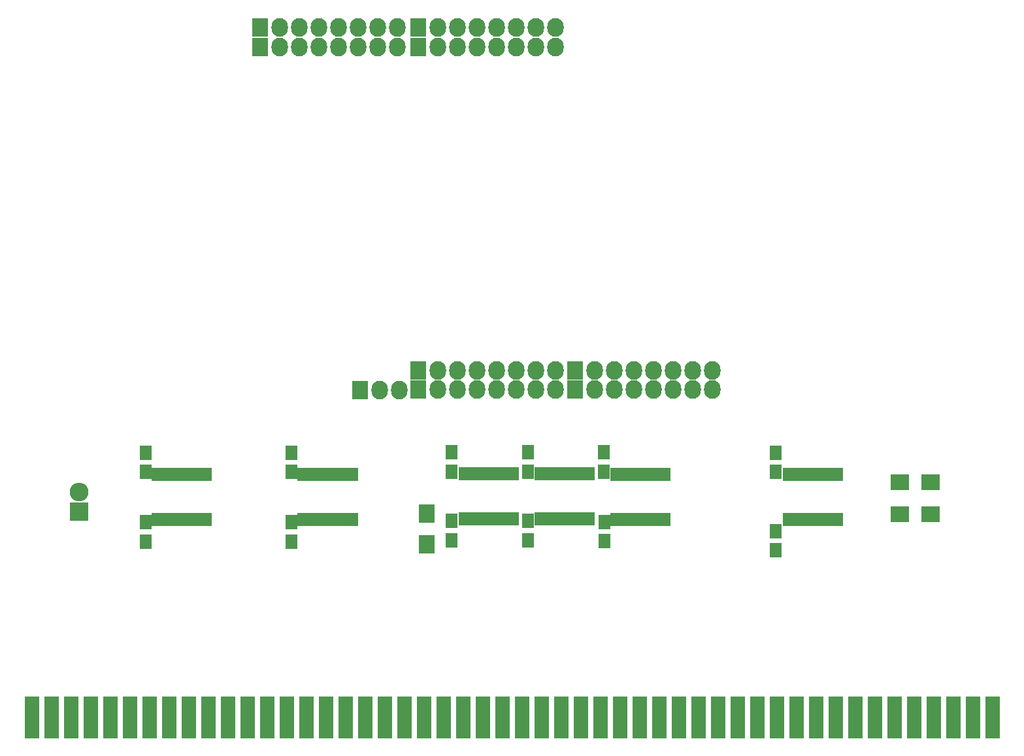
<source format=gbr>
G04 #@! TF.FileFunction,Soldermask,Top*
%FSLAX46Y46*%
G04 Gerber Fmt 4.6, Leading zero omitted, Abs format (unit mm)*
G04 Created by KiCad (PCBNEW (2015-10-16 BZR 6271)-product) date Sun 21 Feb 2016 04:12:30 PM CET*
%MOMM*%
G01*
G04 APERTURE LIST*
%ADD10C,0.100000*%
%ADD11R,1.924000X5.400000*%
%ADD12R,2.127200X2.432000*%
%ADD13O,2.127200X2.432000*%
%ADD14R,1.650000X1.900000*%
%ADD15R,2.400000X2.100000*%
%ADD16R,2.100000X2.400000*%
%ADD17R,2.432000X2.432000*%
%ADD18O,2.432000X2.432000*%
%ADD19R,0.798780X1.748740*%
G04 APERTURE END LIST*
D10*
D11*
X87757000Y-137033000D03*
X90297000Y-137033000D03*
X92837000Y-137033000D03*
X95377000Y-137033000D03*
X97917000Y-137033000D03*
X100457000Y-137033000D03*
X102997000Y-137033000D03*
X105537000Y-137033000D03*
X108077000Y-137033000D03*
X110617000Y-137033000D03*
X113157000Y-137033000D03*
X115697000Y-137033000D03*
X118237000Y-137033000D03*
X120777000Y-137033000D03*
X123317000Y-137033000D03*
X125857000Y-137033000D03*
X128397000Y-137033000D03*
X130937000Y-137033000D03*
X133477000Y-137033000D03*
X136017000Y-137033000D03*
X138557000Y-137033000D03*
X141097000Y-137033000D03*
X143637000Y-137033000D03*
X146177000Y-137033000D03*
X148717000Y-137033000D03*
X151257000Y-137033000D03*
X153797000Y-137033000D03*
X156337000Y-137033000D03*
X158877000Y-137033000D03*
X161417000Y-137033000D03*
X163957000Y-137033000D03*
X166497000Y-137033000D03*
X169037000Y-137033000D03*
X171577000Y-137033000D03*
X174117000Y-137033000D03*
X176657000Y-137033000D03*
X179197000Y-137033000D03*
X181737000Y-137033000D03*
X184277000Y-137033000D03*
X186817000Y-137033000D03*
X189357000Y-137033000D03*
X191897000Y-137033000D03*
X194437000Y-137033000D03*
X196977000Y-137033000D03*
X199517000Y-137033000D03*
X202057000Y-137033000D03*
X204597000Y-137033000D03*
X207137000Y-137033000D03*
X209677000Y-137033000D03*
X212217000Y-137033000D03*
D12*
X137858500Y-92075000D03*
D13*
X140398500Y-92075000D03*
X142938500Y-92075000D03*
X145478500Y-92075000D03*
X148018500Y-92075000D03*
X150558500Y-92075000D03*
X153098500Y-92075000D03*
X155638500Y-92075000D03*
D12*
X137858500Y-94551500D03*
D13*
X140398500Y-94551500D03*
X142938500Y-94551500D03*
X145478500Y-94551500D03*
X148018500Y-94551500D03*
X150558500Y-94551500D03*
X153098500Y-94551500D03*
X155638500Y-94551500D03*
D12*
X158178500Y-94551500D03*
D13*
X160718500Y-94551500D03*
X163258500Y-94551500D03*
X165798500Y-94551500D03*
X168338500Y-94551500D03*
X170878500Y-94551500D03*
X173418500Y-94551500D03*
X175958500Y-94551500D03*
D12*
X117348000Y-47625000D03*
D13*
X119888000Y-47625000D03*
X122428000Y-47625000D03*
X124968000Y-47625000D03*
X127508000Y-47625000D03*
X130048000Y-47625000D03*
X132588000Y-47625000D03*
X135128000Y-47625000D03*
D12*
X158178500Y-92075000D03*
D13*
X160718500Y-92075000D03*
X163258500Y-92075000D03*
X165798500Y-92075000D03*
X168338500Y-92075000D03*
X170878500Y-92075000D03*
X173418500Y-92075000D03*
X175958500Y-92075000D03*
D12*
X117348000Y-50165000D03*
D13*
X119888000Y-50165000D03*
X122428000Y-50165000D03*
X124968000Y-50165000D03*
X127508000Y-50165000D03*
X130048000Y-50165000D03*
X132588000Y-50165000D03*
X135128000Y-50165000D03*
D14*
X102489000Y-105263000D03*
X102489000Y-102763000D03*
X161988500Y-111716500D03*
X161988500Y-114216500D03*
X152082500Y-105199500D03*
X152082500Y-102699500D03*
X102489000Y-111780000D03*
X102489000Y-114280000D03*
X161861500Y-105199500D03*
X161861500Y-102699500D03*
X152082500Y-111589500D03*
X152082500Y-114089500D03*
X184150000Y-105263000D03*
X184150000Y-102763000D03*
X142176500Y-111589500D03*
X142176500Y-114089500D03*
X121412000Y-105263000D03*
X121412000Y-102763000D03*
X121412000Y-111780000D03*
X121412000Y-114280000D03*
X142176500Y-105199500D03*
X142176500Y-102699500D03*
X184150000Y-112923000D03*
X184150000Y-115423000D03*
D15*
X200184000Y-106553000D03*
X204184000Y-106553000D03*
X200184000Y-110744000D03*
X204184000Y-110744000D03*
D16*
X138938000Y-114649000D03*
X138938000Y-110649000D03*
D17*
X93853000Y-110363000D03*
D18*
X93853000Y-107823000D03*
D12*
X137795000Y-50165000D03*
D13*
X140335000Y-50165000D03*
X142875000Y-50165000D03*
X145415000Y-50165000D03*
X147955000Y-50165000D03*
X150495000Y-50165000D03*
X153035000Y-50165000D03*
X155575000Y-50165000D03*
D12*
X137795000Y-47625000D03*
D13*
X140335000Y-47625000D03*
X142875000Y-47625000D03*
X145415000Y-47625000D03*
X147955000Y-47625000D03*
X150495000Y-47625000D03*
X153035000Y-47625000D03*
X155575000Y-47625000D03*
D12*
X130302000Y-94615000D03*
D13*
X132842000Y-94615000D03*
X135382000Y-94615000D03*
D19*
X185402220Y-111381540D03*
X186052460Y-111381540D03*
X186702700Y-111381540D03*
X187352940Y-111381540D03*
X188003180Y-111381540D03*
X188653420Y-111381540D03*
X189298580Y-111381540D03*
X189948820Y-111381540D03*
X190599060Y-111381540D03*
X191249300Y-111381540D03*
X191899540Y-111381540D03*
X192549780Y-111381540D03*
X192549780Y-105534460D03*
X191899540Y-105534460D03*
X191249300Y-105534460D03*
X190599060Y-105534460D03*
X189948820Y-105534460D03*
X189298580Y-105534460D03*
X188653420Y-105534460D03*
X188003180Y-105534460D03*
X187352940Y-105534460D03*
X186702700Y-105534460D03*
X186052460Y-105534460D03*
X185402220Y-105534460D03*
X103614220Y-111445040D03*
X104264460Y-111445040D03*
X104914700Y-111445040D03*
X105564940Y-111445040D03*
X106215180Y-111445040D03*
X106865420Y-111445040D03*
X107510580Y-111445040D03*
X108160820Y-111445040D03*
X108811060Y-111445040D03*
X109461300Y-111445040D03*
X110111540Y-111445040D03*
X110761780Y-111445040D03*
X110761780Y-105597960D03*
X110111540Y-105597960D03*
X109461300Y-105597960D03*
X108811060Y-105597960D03*
X108160820Y-105597960D03*
X107510580Y-105597960D03*
X106865420Y-105597960D03*
X106215180Y-105597960D03*
X105564940Y-105597960D03*
X104914700Y-105597960D03*
X104264460Y-105597960D03*
X103614220Y-105597960D03*
X153207720Y-111343440D03*
X153857960Y-111343440D03*
X154508200Y-111343440D03*
X155158440Y-111343440D03*
X155808680Y-111343440D03*
X156458920Y-111343440D03*
X157104080Y-111343440D03*
X157754320Y-111343440D03*
X158404560Y-111343440D03*
X159054800Y-111343440D03*
X159705040Y-111343440D03*
X160355280Y-111343440D03*
X160355280Y-105496360D03*
X159705040Y-105496360D03*
X159054800Y-105496360D03*
X158404560Y-105496360D03*
X157754320Y-105496360D03*
X157104080Y-105496360D03*
X156458920Y-105496360D03*
X155808680Y-105496360D03*
X155158440Y-105496360D03*
X154508200Y-105496360D03*
X153857960Y-105496360D03*
X153207720Y-105496360D03*
X143377920Y-111368840D03*
X144028160Y-111368840D03*
X144678400Y-111368840D03*
X145328640Y-111368840D03*
X145978880Y-111368840D03*
X146629120Y-111368840D03*
X147274280Y-111368840D03*
X147924520Y-111368840D03*
X148574760Y-111368840D03*
X149225000Y-111368840D03*
X149875240Y-111368840D03*
X150525480Y-111368840D03*
X150525480Y-105521760D03*
X149875240Y-105521760D03*
X149225000Y-105521760D03*
X148574760Y-105521760D03*
X147924520Y-105521760D03*
X147274280Y-105521760D03*
X146629120Y-105521760D03*
X145978880Y-105521760D03*
X145328640Y-105521760D03*
X144678400Y-105521760D03*
X144028160Y-105521760D03*
X143377920Y-105521760D03*
X163050220Y-111381540D03*
X163700460Y-111381540D03*
X164350700Y-111381540D03*
X165000940Y-111381540D03*
X165651180Y-111381540D03*
X166301420Y-111381540D03*
X166946580Y-111381540D03*
X167596820Y-111381540D03*
X168247060Y-111381540D03*
X168897300Y-111381540D03*
X169547540Y-111381540D03*
X170197780Y-111381540D03*
X170197780Y-105534460D03*
X169547540Y-105534460D03*
X168897300Y-105534460D03*
X168247060Y-105534460D03*
X167596820Y-105534460D03*
X166946580Y-105534460D03*
X166301420Y-105534460D03*
X165651180Y-105534460D03*
X165000940Y-105534460D03*
X164350700Y-105534460D03*
X163700460Y-105534460D03*
X163050220Y-105534460D03*
X122537220Y-111445040D03*
X123187460Y-111445040D03*
X123837700Y-111445040D03*
X124487940Y-111445040D03*
X125138180Y-111445040D03*
X125788420Y-111445040D03*
X126433580Y-111445040D03*
X127083820Y-111445040D03*
X127734060Y-111445040D03*
X128384300Y-111445040D03*
X129034540Y-111445040D03*
X129684780Y-111445040D03*
X129684780Y-105597960D03*
X129034540Y-105597960D03*
X128384300Y-105597960D03*
X127734060Y-105597960D03*
X127083820Y-105597960D03*
X126433580Y-105597960D03*
X125788420Y-105597960D03*
X125138180Y-105597960D03*
X124487940Y-105597960D03*
X123837700Y-105597960D03*
X123187460Y-105597960D03*
X122537220Y-105597960D03*
M02*

</source>
